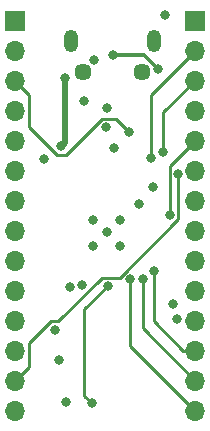
<source format=gbr>
%TF.GenerationSoftware,KiCad,Pcbnew,5.1.9-73d0e3b20d~88~ubuntu20.10.1*%
%TF.CreationDate,2021-02-25T18:00:18-06:00*%
%TF.ProjectId,serafino l432kc,73657261-6669-46e6-9f20-6c3433326b63,rev?*%
%TF.SameCoordinates,Original*%
%TF.FileFunction,Copper,L4,Bot*%
%TF.FilePolarity,Positive*%
%FSLAX46Y46*%
G04 Gerber Fmt 4.6, Leading zero omitted, Abs format (unit mm)*
G04 Created by KiCad (PCBNEW 5.1.9-73d0e3b20d~88~ubuntu20.10.1) date 2021-02-25 18:00:18*
%MOMM*%
%LPD*%
G01*
G04 APERTURE LIST*
%TA.AperFunction,ComponentPad*%
%ADD10O,1.700000X1.700000*%
%TD*%
%TA.AperFunction,ComponentPad*%
%ADD11R,1.700000X1.700000*%
%TD*%
%TA.AperFunction,ComponentPad*%
%ADD12C,1.450000*%
%TD*%
%TA.AperFunction,ComponentPad*%
%ADD13O,1.200000X1.900000*%
%TD*%
%TA.AperFunction,ViaPad*%
%ADD14C,0.800000*%
%TD*%
%TA.AperFunction,Conductor*%
%ADD15C,0.250000*%
%TD*%
%TA.AperFunction,Conductor*%
%ADD16C,0.500000*%
%TD*%
%TA.AperFunction,Conductor*%
%ADD17C,0.300000*%
%TD*%
G04 APERTURE END LIST*
D10*
%TO.P,J3,14*%
%TO.N,PA0*%
X203962000Y-125349000D03*
%TO.P,J3,13*%
%TO.N,PA1*%
X203962000Y-122809000D03*
%TO.P,J3,12*%
%TO.N,PA2*%
X203962000Y-120269000D03*
%TO.P,J3,11*%
%TO.N,PA3*%
X203962000Y-117729000D03*
%TO.P,J3,10*%
%TO.N,SAI1_FS_B*%
X203962000Y-115189000D03*
%TO.P,J3,9*%
%TO.N,SPI1_SCK*%
X203962000Y-112649000D03*
%TO.P,J3,8*%
%TO.N,SPI1_MISO*%
X203962000Y-110109000D03*
%TO.P,J3,7*%
%TO.N,SPI1_MOSI*%
X203962000Y-107569000D03*
%TO.P,J3,6*%
%TO.N,SPI1_SS*%
X203962000Y-105029000D03*
%TO.P,J3,5*%
%TO.N,PB1*%
X203962000Y-102489000D03*
%TO.P,J3,4*%
%TO.N,CAN_RD*%
X203962000Y-99949000D03*
%TO.P,J3,3*%
%TO.N,I2C1_SCL*%
X203962000Y-97409000D03*
%TO.P,J3,2*%
%TO.N,I2C1_SDA*%
X203962000Y-94869000D03*
D11*
%TO.P,J3,1*%
%TO.N,+3V3*%
X203962000Y-92329000D03*
%TD*%
%TO.P,J2,1*%
%TO.N,GND*%
X188722000Y-92329000D03*
D10*
%TO.P,J2,2*%
%TO.N,VHIGH*%
X188722000Y-94869000D03*
%TO.P,J2,3*%
%TO.N,CAN_TD*%
X188722000Y-97409000D03*
%TO.P,J2,4*%
%TO.N,+VIN*%
X188722000Y-99949000D03*
%TO.P,J2,5*%
%TO.N,SWDIO*%
X188722000Y-102489000D03*
%TO.P,J2,6*%
%TO.N,SWCLK*%
X188722000Y-105029000D03*
%TO.P,J2,7*%
%TO.N,PA15*%
X188722000Y-107569000D03*
%TO.P,J2,8*%
%TO.N,SAI1_SCK_B*%
X188722000Y-110109000D03*
%TO.P,J2,9*%
%TO.N,PB4*%
X188722000Y-112649000D03*
%TO.P,J2,10*%
%TO.N,SAI1_SD_B*%
X188722000Y-115189000D03*
%TO.P,J2,11*%
%TO.N,USART1_TX*%
X188722000Y-117729000D03*
%TO.P,J2,12*%
%TO.N,USART1_RX*%
X188722000Y-120269000D03*
%TO.P,J2,13*%
%TO.N,PA8*%
X188722000Y-122809000D03*
%TO.P,J2,14*%
%TO.N,NRST*%
X188722000Y-125349000D03*
%TD*%
D12*
%TO.P,J1,6*%
%TO.N,Net-(J1-Pad6)*%
X199477000Y-96712500D03*
X194477000Y-96712500D03*
D13*
X200477000Y-94012500D03*
X193477000Y-94012500D03*
%TD*%
D14*
%TO.N,GND*%
X196469000Y-110236000D03*
X195326000Y-111379000D03*
X197612000Y-111379000D03*
X197612000Y-109220000D03*
X195326000Y-109220000D03*
X196476500Y-99695000D03*
X195389500Y-95631000D03*
X194578577Y-99104007D03*
X191135000Y-104076500D03*
X199245903Y-107860403D03*
X193392918Y-114877116D03*
X192087500Y-118491000D03*
X202438000Y-117602000D03*
X193040000Y-124587000D03*
%TO.N,NRST*%
X196574153Y-114804847D03*
X195199000Y-124714000D03*
%TO.N,+3V3*%
X197104000Y-103148998D03*
X196405500Y-101346000D03*
X200410814Y-106430814D03*
X194373500Y-114681000D03*
X201422000Y-91821000D03*
X202057000Y-116332000D03*
X192405000Y-121031000D03*
%TO.N,PA1*%
X199517000Y-114173000D03*
%TO.N,Net-(D2-Pad1)*%
X192913000Y-97155000D03*
X192651768Y-102973464D03*
%TO.N,Net-(J1-Pad6)*%
X200787000Y-96393000D03*
X196977000Y-95250000D03*
%TO.N,PA0*%
X198496347Y-114224510D03*
%TO.N,I2C1_SCL*%
X201269600Y-103454200D03*
%TO.N,I2C1_SDA*%
X200227303Y-103927303D03*
%TO.N,PA2*%
X200469500Y-113538000D03*
%TO.N,PB1*%
X201803000Y-108775500D03*
%TO.N,PA8*%
X202528000Y-105333800D03*
%TO.N,CAN_TD*%
X198394500Y-101749001D03*
%TD*%
D15*
%TO.N,NRST*%
X194600999Y-124115999D02*
X195199000Y-124714000D01*
X194600999Y-116778001D02*
X194600999Y-124115999D01*
X196574153Y-114804847D02*
X194600999Y-116778001D01*
%TO.N,PA1*%
X199517000Y-118364000D02*
X203962000Y-122809000D01*
X199517000Y-114173000D02*
X199517000Y-118364000D01*
D16*
%TO.N,Net-(D2-Pad1)*%
X192913000Y-102712232D02*
X192651768Y-102973464D01*
X192913000Y-97155000D02*
X192913000Y-102712232D01*
D17*
%TO.N,Net-(J1-Pad6)*%
X199644000Y-95250000D02*
X196977000Y-95250000D01*
X200787000Y-96393000D02*
X199644000Y-95250000D01*
D15*
%TO.N,PA0*%
X198496347Y-119883347D02*
X203962000Y-125349000D01*
X198496347Y-114224510D02*
X198496347Y-119883347D01*
%TO.N,I2C1_SCL*%
X201269600Y-100101400D02*
X203962000Y-97409000D01*
X201269600Y-103454200D02*
X201269600Y-100101400D01*
%TO.N,I2C1_SDA*%
X200227303Y-98603697D02*
X203962000Y-94869000D01*
X200227303Y-103927303D02*
X200227303Y-98603697D01*
%TO.N,PA2*%
X202982545Y-120269000D02*
X203962000Y-120269000D01*
X200469500Y-117755955D02*
X202982545Y-120269000D01*
X200469500Y-113538000D02*
X200469500Y-117755955D01*
%TO.N,PB1*%
X201803000Y-104648000D02*
X203962000Y-102489000D01*
X201803000Y-108775500D02*
X201803000Y-104648000D01*
%TO.N,PA8*%
X202528000Y-105333800D02*
X202528001Y-109123501D01*
X202528001Y-109123501D02*
X197571656Y-114079846D01*
X189897001Y-121633999D02*
X188722000Y-122809000D01*
X197571656Y-114079846D02*
X196047656Y-114079846D01*
X196047656Y-114079846D02*
X192361503Y-117765999D01*
X192361503Y-117765999D02*
X191739499Y-117765999D01*
X191739499Y-117765999D02*
X189897001Y-119608497D01*
X189897001Y-119608497D02*
X189897001Y-121633999D01*
%TO.N,CAN_TD*%
X189897001Y-98584001D02*
X188722000Y-97409000D01*
X189897001Y-101291699D02*
X189897001Y-98584001D01*
X192303767Y-103698465D02*
X189897001Y-101291699D01*
X192999769Y-103698465D02*
X192303767Y-103698465D01*
X196077235Y-100620999D02*
X192999769Y-103698465D01*
X197266498Y-100620999D02*
X196077235Y-100620999D01*
X198394500Y-101749001D02*
X197266498Y-100620999D01*
%TD*%
M02*

</source>
